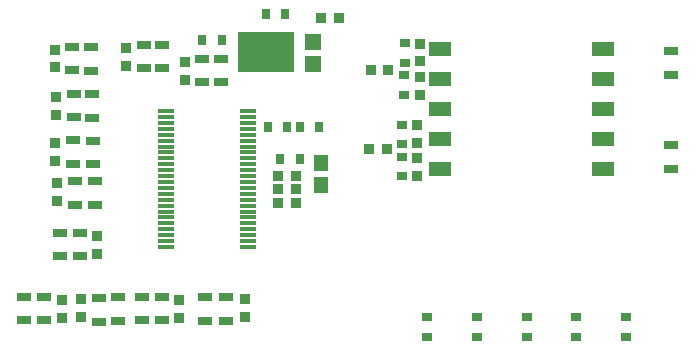
<source format=gtp>
G04*
G04 #@! TF.GenerationSoftware,Altium Limited,Altium Designer,21.6.4 (81)*
G04*
G04 Layer_Color=8421504*
%FSLAX25Y25*%
%MOIN*%
G70*
G04*
G04 #@! TF.SameCoordinates,D230F567-8F14-4DE2-9EB9-46B1BD9AA4B9*
G04*
G04*
G04 #@! TF.FilePolarity,Positive*
G04*
G01*
G75*
%ADD18R,0.05394X0.01181*%
%ADD19R,0.02756X0.03347*%
%ADD20R,0.03347X0.02756*%
%ADD21R,0.19134X0.13228*%
%ADD22R,0.05512X0.05472*%
%ADD23R,0.04528X0.05315*%
%ADD24R,0.03740X0.03740*%
%ADD25R,0.04921X0.02953*%
%ADD26R,0.03740X0.03740*%
%ADD27R,0.07441X0.05000*%
D18*
X113981Y122258D02*
D03*
Y124226D02*
D03*
Y126195D02*
D03*
Y128163D02*
D03*
Y130132D02*
D03*
Y132100D02*
D03*
Y134069D02*
D03*
Y136037D02*
D03*
Y138006D02*
D03*
Y139974D02*
D03*
Y141943D02*
D03*
Y143911D02*
D03*
Y145880D02*
D03*
Y147848D02*
D03*
Y149817D02*
D03*
Y151785D02*
D03*
Y153754D02*
D03*
Y155722D02*
D03*
Y157691D02*
D03*
Y159659D02*
D03*
Y161628D02*
D03*
Y163596D02*
D03*
Y165565D02*
D03*
Y167533D02*
D03*
X86619Y122258D02*
D03*
Y124226D02*
D03*
Y126195D02*
D03*
Y128163D02*
D03*
Y130132D02*
D03*
Y132100D02*
D03*
Y134069D02*
D03*
Y136037D02*
D03*
Y138006D02*
D03*
Y139974D02*
D03*
Y141943D02*
D03*
Y143911D02*
D03*
Y145880D02*
D03*
Y147848D02*
D03*
Y149817D02*
D03*
Y151785D02*
D03*
Y153754D02*
D03*
Y155722D02*
D03*
Y157691D02*
D03*
Y159659D02*
D03*
Y161628D02*
D03*
Y163596D02*
D03*
Y165565D02*
D03*
Y167533D02*
D03*
D19*
X105027Y191135D02*
D03*
X98531D02*
D03*
X124588Y151737D02*
D03*
X131085D02*
D03*
X126259Y200078D02*
D03*
X119763D02*
D03*
X131175Y162260D02*
D03*
X137671D02*
D03*
X120471Y162248D02*
D03*
X126968D02*
D03*
D20*
X173655Y98897D02*
D03*
Y92401D02*
D03*
X190190Y98897D02*
D03*
Y92401D02*
D03*
X206726Y98897D02*
D03*
Y92401D02*
D03*
X223261Y98897D02*
D03*
Y92401D02*
D03*
X239797Y98897D02*
D03*
Y92401D02*
D03*
X165253Y145900D02*
D03*
Y152396D02*
D03*
X165326Y163081D02*
D03*
Y156585D02*
D03*
X166120Y190173D02*
D03*
Y183677D02*
D03*
X165933Y172934D02*
D03*
Y179430D02*
D03*
D21*
X119770Y187215D02*
D03*
D22*
X135448Y190582D02*
D03*
Y183337D02*
D03*
D23*
X138021Y150408D02*
D03*
Y142928D02*
D03*
D24*
X123966Y145985D02*
D03*
X129872D02*
D03*
X123828Y136797D02*
D03*
X129733D02*
D03*
X123925Y141519D02*
D03*
X129830D02*
D03*
X138107Y198692D02*
D03*
X144012D02*
D03*
X160069Y155041D02*
D03*
X154163D02*
D03*
X160595Y181264D02*
D03*
X154689D02*
D03*
D25*
X254874Y156160D02*
D03*
Y148286D02*
D03*
X79124Y181814D02*
D03*
Y189688D02*
D03*
X85324Y181814D02*
D03*
Y189688D02*
D03*
X61938Y165381D02*
D03*
Y173255D02*
D03*
X55738Y165481D02*
D03*
Y173355D02*
D03*
X56070Y136303D02*
D03*
Y144177D02*
D03*
X62763Y136303D02*
D03*
Y144177D02*
D03*
X99358Y105484D02*
D03*
Y97610D02*
D03*
X85048Y105695D02*
D03*
Y97821D02*
D03*
X64040Y105172D02*
D03*
Y97298D02*
D03*
X45848Y105643D02*
D03*
Y97769D02*
D03*
X39155Y105643D02*
D03*
Y97769D02*
D03*
X254874Y187522D02*
D03*
Y179648D02*
D03*
X104820Y177203D02*
D03*
Y185077D02*
D03*
X98619Y177203D02*
D03*
Y185077D02*
D03*
X61501Y181064D02*
D03*
Y188938D02*
D03*
X55300Y181164D02*
D03*
Y189038D02*
D03*
X55531Y149961D02*
D03*
Y157835D02*
D03*
X62255Y149831D02*
D03*
Y157705D02*
D03*
X51037Y127019D02*
D03*
Y119145D02*
D03*
X57730Y127019D02*
D03*
Y119145D02*
D03*
X106644Y105518D02*
D03*
Y97644D02*
D03*
X78355Y105695D02*
D03*
Y97821D02*
D03*
X70482Y105514D02*
D03*
Y97640D02*
D03*
D26*
X170303Y151954D02*
D03*
Y146049D02*
D03*
Y162859D02*
D03*
Y156954D02*
D03*
X171114Y190026D02*
D03*
Y184121D02*
D03*
X171055Y178958D02*
D03*
Y173052D02*
D03*
X73317Y182601D02*
D03*
Y188507D02*
D03*
X49935Y166333D02*
D03*
Y172239D02*
D03*
X50170Y143430D02*
D03*
Y137524D02*
D03*
X90982Y104629D02*
D03*
Y98724D02*
D03*
X51782Y104577D02*
D03*
Y98671D02*
D03*
X58091Y104816D02*
D03*
Y98911D02*
D03*
X92812Y177990D02*
D03*
Y183896D02*
D03*
X49538Y188054D02*
D03*
Y182149D02*
D03*
X49451Y150872D02*
D03*
Y156778D02*
D03*
X63665Y125953D02*
D03*
Y120047D02*
D03*
X112944Y104919D02*
D03*
Y99014D02*
D03*
D27*
X177942Y168228D02*
D03*
Y178227D02*
D03*
Y188227D02*
D03*
Y158228D02*
D03*
Y148228D02*
D03*
X232233Y168228D02*
D03*
Y178227D02*
D03*
Y188227D02*
D03*
Y158228D02*
D03*
Y148228D02*
D03*
M02*

</source>
